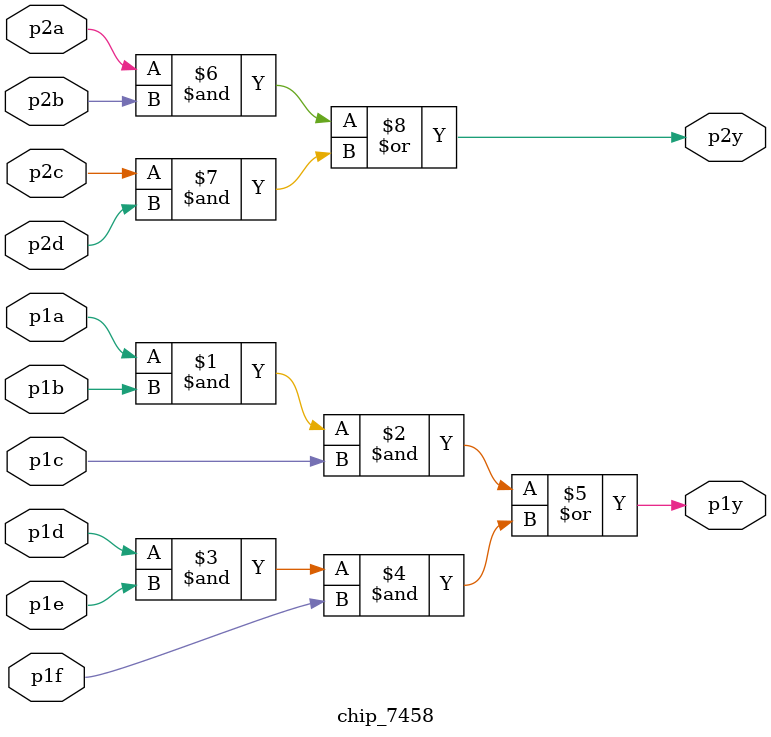
<source format=v>
module chip_7458 ( 
    input p1a, p1b, p1c, p1d, p1e, p1f,
    output p1y,
    input p2a, p2b, p2c, p2d,
    output p2y );

    // write code here
    // Логика для первого элемента И-ИЛИ (3+3 входа)
    assign p1y = (p1a & p1b & p1c) | (p1d & p1e & p1f);
    
    // Логика для второго элемента И-ИЛИ (2+2 входа)
    assign p2y = (p2a & p2b) | (p2c & p2d);


endmodule
</source>
